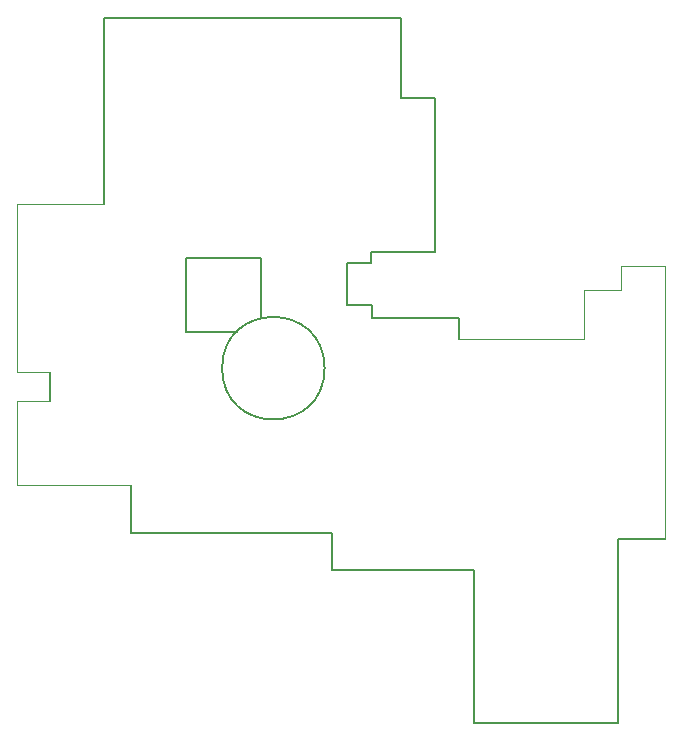
<source format=gm1>
G04 #@! TF.GenerationSoftware,KiCad,Pcbnew,(5.0.1)-4*
G04 #@! TF.CreationDate,2019-04-22T09:15:48+02:00*
G04 #@! TF.ProjectId,wiihdmi_wmi,77696968646D695F776D692E6B696361,rev?*
G04 #@! TF.SameCoordinates,Original*
G04 #@! TF.FileFunction,Profile,NP*
%FSLAX46Y46*%
G04 Gerber Fmt 4.6, Leading zero omitted, Abs format (unit mm)*
G04 Created by KiCad (PCBNEW (5.0.1)-4) date 22.04.2019 09:15:48*
%MOMM*%
%LPD*%
G01*
G04 APERTURE LIST*
%ADD10C,0.100000*%
%ADD11C,0.150000*%
G04 APERTURE END LIST*
D10*
X104902000Y-77851000D02*
X94361000Y-77851000D01*
X104902000Y-73660000D02*
X104902000Y-77851000D01*
X108077000Y-73660000D02*
X104902000Y-73660000D01*
X108077000Y-73660000D02*
X108077000Y-71628000D01*
X111760000Y-94742000D02*
X111760000Y-71628000D01*
X108077000Y-71628000D02*
X111760000Y-71628000D01*
X56896000Y-80645000D02*
X56896000Y-66421000D01*
X56896000Y-90170000D02*
X56896000Y-83058000D01*
X66548000Y-90170000D02*
X56896000Y-90170000D01*
X59690000Y-83058000D02*
X56896000Y-83058000D01*
X59690000Y-80645000D02*
X56896000Y-80645000D01*
X64262000Y-66421000D02*
X56896000Y-66421000D01*
D11*
X71247000Y-77216000D02*
X75565000Y-77216000D01*
X71247000Y-70993000D02*
X71247000Y-77216000D01*
X77597000Y-70993000D02*
X71247000Y-70993000D01*
X77597000Y-76073000D02*
X77597000Y-70993000D01*
X59690000Y-80645000D02*
X59690000Y-83058000D01*
X82953354Y-80286353D02*
G75*
G03X82953354Y-80286353I-4340354J0D01*
G01*
X89408000Y-50673000D02*
X64262000Y-50673000D01*
X89408000Y-57404000D02*
X89408000Y-50673000D01*
X92329000Y-57404000D02*
X89408000Y-57404000D01*
X92329000Y-70485000D02*
X92329000Y-57404000D01*
X86868000Y-70485000D02*
X92329000Y-70485000D01*
X86868000Y-71374000D02*
X86868000Y-70485000D01*
X84836000Y-71374000D02*
X86868000Y-71374000D01*
X84836000Y-74930000D02*
X84836000Y-71374000D01*
X86995000Y-74930000D02*
X84836000Y-74930000D01*
X86995000Y-76073000D02*
X86995000Y-74930000D01*
X94361000Y-76073000D02*
X86995000Y-76073000D01*
X94361000Y-77851000D02*
X94361000Y-76073000D01*
X107823000Y-94742000D02*
X111760000Y-94742000D01*
X107823000Y-110363000D02*
X107823000Y-94742000D01*
X95631000Y-110363000D02*
X107823000Y-110363000D01*
X95631000Y-97409000D02*
X95631000Y-110363000D01*
X83566000Y-97409000D02*
X95631000Y-97409000D01*
X83566000Y-94234000D02*
X83566000Y-97409000D01*
X66548000Y-94234000D02*
X83566000Y-94234000D01*
X66548000Y-90170000D02*
X66548000Y-94234000D01*
X64262000Y-50673000D02*
X64262000Y-66421000D01*
M02*

</source>
